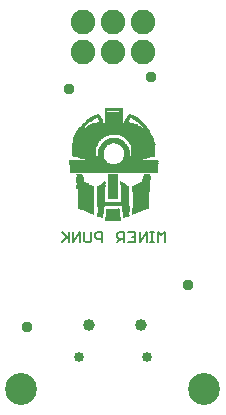
<source format=gbr>
G04 EAGLE Gerber RS-274X export*
G75*
%MOMM*%
%FSLAX34Y34*%
%LPD*%
%INSoldermask Bottom*%
%IPPOS*%
%AMOC8*
5,1,8,0,0,1.08239X$1,22.5*%
G01*
%ADD10C,2.703200*%
%ADD11R,1.353819X0.033019*%
%ADD12R,1.320800X0.033019*%
%ADD13R,1.287775X0.033019*%
%ADD14R,0.099056X0.033019*%
%ADD15R,1.254756X0.033019*%
%ADD16R,0.231138X0.033019*%
%ADD17R,0.198119X0.033019*%
%ADD18R,0.330200X0.033019*%
%ADD19R,0.297181X0.033019*%
%ADD20R,0.462281X0.033019*%
%ADD21R,0.495300X0.033019*%
%ADD22R,0.528319X0.033019*%
%ADD23R,1.221738X0.033019*%
%ADD24R,1.188719X0.033019*%
%ADD25R,0.033019X0.033019*%
%ADD26R,0.132081X0.033019*%
%ADD27R,0.561338X0.033019*%
%ADD28R,0.396238X0.033019*%
%ADD29R,1.155700X0.033019*%
%ADD30R,0.627381X0.033019*%
%ADD31R,1.122675X0.033019*%
%ADD32R,0.726438X0.033019*%
%ADD33R,0.594356X0.033019*%
%ADD34R,0.792481X0.033019*%
%ADD35R,0.891538X0.033019*%
%ADD36R,0.957581X0.033019*%
%ADD37R,1.056638X0.033019*%
%ADD38R,1.089656X0.033019*%
%ADD39R,1.122681X0.033019*%
%ADD40R,0.627375X0.033019*%
%ADD41R,1.287781X0.033019*%
%ADD42R,0.660400X0.033019*%
%ADD43R,0.594363X0.033019*%
%ADD44R,0.693419X0.033019*%
%ADD45R,2.707638X0.033019*%
%ADD46R,1.386838X0.033019*%
%ADD47R,0.792475X0.033019*%
%ADD48R,1.419863X0.033019*%
%ADD49R,1.419856X0.033019*%
%ADD50R,1.452881X0.033019*%
%ADD51R,0.429256X0.033019*%
%ADD52R,0.429263X0.033019*%
%ADD53R,0.363219X0.033019*%
%ADD54R,1.023619X0.033019*%
%ADD55R,0.990600X0.033019*%
%ADD56R,0.297175X0.033019*%
%ADD57R,0.924556X0.033019*%
%ADD58R,0.264163X0.033019*%
%ADD59R,0.858519X0.033019*%
%ADD60R,0.825500X0.033019*%
%ADD61R,0.165100X0.033019*%
%ADD62R,0.759456X0.033019*%
%ADD63R,0.099063X0.033019*%
%ADD64R,7.528556X0.033019*%
%ADD65R,3.632200X0.033019*%
%ADD66R,3.566156X0.033019*%
%ADD67R,3.500119X0.033019*%
%ADD68R,3.467100X0.033019*%
%ADD69R,3.401056X0.033019*%
%ADD70R,3.368038X0.033019*%
%ADD71R,3.335019X0.033019*%
%ADD72R,3.302000X0.033019*%
%ADD73R,3.268981X0.033019*%
%ADD74R,3.235956X0.033019*%
%ADD75R,3.202937X0.033019*%
%ADD76R,3.169919X0.033019*%
%ADD77R,3.136900X0.033019*%
%ADD78R,3.103875X0.033019*%
%ADD79R,3.103881X0.033019*%
%ADD80R,3.070856X0.033019*%
%ADD81R,3.037838X0.033019*%
%ADD82R,1.518919X0.033019*%
%ADD83R,1.485900X0.033019*%
%ADD84R,1.651000X0.033019*%
%ADD85R,1.617981X0.033019*%
%ADD86R,1.750056X0.033019*%
%ADD87R,1.717037X0.033019*%
%ADD88R,1.948175X0.033019*%
%ADD89R,1.882138X0.033019*%
%ADD90R,2.014219X0.033019*%
%ADD91R,1.981200X0.033019*%
%ADD92R,2.146300X0.033019*%
%ADD93R,2.113275X0.033019*%
%ADD94R,1.684019X0.033019*%
%ADD95R,1.849119X0.033019*%
%ADD96R,0.462275X0.033019*%
%ADD97R,2.080256X0.033019*%
%ADD98R,2.047238X0.033019*%
%ADD99R,2.080262X0.033019*%
%ADD100R,2.113281X0.033019*%
%ADD101R,2.179319X0.033019*%
%ADD102R,2.212338X0.033019*%
%ADD103R,1.783081X0.033019*%
%ADD104R,2.245356X0.033019*%
%ADD105R,2.278375X0.033019*%
%ADD106R,1.584956X0.033019*%
%ADD107R,2.311400X0.033019*%
%ADD108R,2.344419X0.033019*%
%ADD109R,2.278381X0.033019*%
%ADD110R,2.377438X0.033019*%
%ADD111R,2.410456X0.033019*%
%ADD112R,2.410462X0.033019*%
%ADD113R,2.476500X0.033019*%
%ADD114R,2.509519X0.033019*%
%ADD115R,2.443475X0.033019*%
%ADD116R,2.443481X0.033019*%
%ADD117R,2.542538X0.033019*%
%ADD118R,2.575556X0.033019*%
%ADD119R,2.641600X0.033019*%
%ADD120R,2.674619X0.033019*%
%ADD121R,2.872737X0.033019*%
%ADD122R,6.471919X0.033019*%
%ADD123R,6.438900X0.033019*%
%ADD124R,6.405881X0.033019*%
%ADD125R,6.339838X0.033019*%
%ADD126R,6.273800X0.033019*%
%ADD127R,6.207756X0.033019*%
%ADD128R,6.141719X0.033019*%
%ADD129R,6.075681X0.033019*%
%ADD130R,6.042663X0.033019*%
%ADD131R,6.009638X0.033019*%
%ADD132R,5.943600X0.033019*%
%ADD133R,5.910581X0.033019*%
%ADD134R,5.877556X0.033019*%
%ADD135R,4.886956X0.033019*%
%ADD136R,4.820919X0.033019*%
%ADD137R,4.721863X0.033019*%
%ADD138R,4.622800X0.033019*%
%ADD139R,4.523738X0.033019*%
%ADD140R,4.457700X0.033019*%
%ADD141R,4.358638X0.033019*%
%ADD142R,4.226556X0.033019*%
%ADD143R,4.094481X0.033019*%
%ADD144R,3.995419X0.033019*%
%ADD145R,3.830319X0.033019*%
%ADD146R,3.698238X0.033019*%
%ADD147R,0.264156X0.033019*%
%ADD148C,0.127000*%
%ADD149C,0.853200*%
%ADD150C,2.082800*%
%ADD151C,0.959600*%
%ADD152C,1.009600*%


D10*
X26519Y27087D03*
D11*
X104331Y169437D03*
D12*
X104166Y169767D03*
X104166Y170098D03*
X104166Y170428D03*
X104166Y170758D03*
X104166Y171088D03*
X104166Y171418D03*
D13*
X104331Y171749D03*
D14*
X113577Y172079D03*
D15*
X104166Y172079D03*
D14*
X95086Y172079D03*
D16*
X114237Y172409D03*
D15*
X104166Y172409D03*
D17*
X94590Y172409D03*
D18*
X114733Y172739D03*
D15*
X104166Y172739D03*
D19*
X94095Y172739D03*
D20*
X115393Y173069D03*
D15*
X104166Y173069D03*
D20*
X93270Y173069D03*
D21*
X115558Y173400D03*
D15*
X104166Y173400D03*
D20*
X93270Y173400D03*
D21*
X115558Y173730D03*
D15*
X104166Y173730D03*
D21*
X93435Y173730D03*
D22*
X115393Y174060D03*
D23*
X104331Y174060D03*
D21*
X93435Y174060D03*
D22*
X115393Y174390D03*
D24*
X104166Y174390D03*
D21*
X93435Y174390D03*
D25*
X120841Y174720D03*
D22*
X115393Y174720D03*
D24*
X104166Y174720D03*
D21*
X93435Y174720D03*
D25*
X87821Y174720D03*
D26*
X121337Y175051D03*
D22*
X115393Y175051D03*
D24*
X104166Y175051D03*
D21*
X93435Y175051D03*
D26*
X87326Y175051D03*
D16*
X121832Y175381D03*
D22*
X115393Y175381D03*
D24*
X104166Y175381D03*
D21*
X93435Y175381D03*
D17*
X86996Y175381D03*
D19*
X122162Y175711D03*
D27*
X115228Y175711D03*
D24*
X104166Y175711D03*
D22*
X93600Y175711D03*
D19*
X86500Y175711D03*
D28*
X122657Y176041D03*
D27*
X115228Y176041D03*
D24*
X104166Y176041D03*
D22*
X93600Y176041D03*
D28*
X86005Y176041D03*
D20*
X122988Y176371D03*
D27*
X115228Y176371D03*
D29*
X104331Y176371D03*
D22*
X93600Y176371D03*
D20*
X85675Y176371D03*
D27*
X123483Y176702D03*
X115228Y176702D03*
D29*
X104331Y176702D03*
D22*
X93600Y176702D03*
D27*
X85180Y176702D03*
D30*
X123813Y177032D03*
D27*
X115228Y177032D03*
D31*
X104166Y177032D03*
D22*
X93600Y177032D03*
D30*
X84849Y177032D03*
D32*
X124308Y177362D03*
D33*
X115063Y177362D03*
D31*
X104166Y177362D03*
D22*
X93600Y177362D03*
D32*
X84354Y177362D03*
D34*
X124639Y177692D03*
D33*
X115063Y177692D03*
D31*
X104166Y177692D03*
D22*
X93600Y177692D03*
D34*
X84024Y177692D03*
D35*
X125134Y178022D03*
D33*
X115063Y178022D03*
D31*
X104166Y178022D03*
D22*
X93600Y178022D03*
D35*
X83529Y178022D03*
D36*
X125464Y178353D03*
D33*
X115063Y178353D03*
D31*
X104166Y178353D03*
D27*
X93765Y178353D03*
D36*
X83198Y178353D03*
D37*
X125959Y178683D03*
D33*
X115063Y178683D03*
D38*
X104331Y178683D03*
D27*
X93765Y178683D03*
D37*
X82703Y178683D03*
D39*
X126290Y179013D03*
D40*
X114898Y179013D03*
D38*
X104331Y179013D03*
D27*
X93765Y179013D03*
D39*
X82373Y179013D03*
D23*
X126785Y179343D03*
D40*
X114898Y179343D03*
D25*
X108954Y179343D03*
D27*
X93765Y179343D03*
D23*
X81878Y179343D03*
D41*
X127115Y179673D03*
D40*
X114898Y179673D03*
D27*
X93765Y179673D03*
D41*
X81547Y179673D03*
D11*
X127445Y180004D03*
D40*
X114898Y180004D03*
D27*
X93765Y180004D03*
D11*
X81217Y180004D03*
X127445Y180334D03*
D40*
X114898Y180334D03*
D27*
X93765Y180334D03*
D11*
X81217Y180334D03*
X127445Y180664D03*
D40*
X114898Y180664D03*
D27*
X93765Y180664D03*
D11*
X81217Y180664D03*
X127445Y180994D03*
D42*
X114733Y180994D03*
D43*
X93930Y180994D03*
D11*
X81217Y180994D03*
X127445Y181324D03*
D42*
X114733Y181324D03*
D43*
X93930Y181324D03*
D11*
X81217Y181324D03*
X127445Y181655D03*
D42*
X114733Y181655D03*
D43*
X93930Y181655D03*
D11*
X81217Y181655D03*
X127445Y181985D03*
D44*
X114567Y181985D03*
D43*
X93930Y181985D03*
D11*
X81217Y181985D03*
X127445Y182315D03*
D45*
X104496Y182315D03*
D11*
X81217Y182315D03*
X127445Y182645D03*
D45*
X104496Y182645D03*
D11*
X81217Y182645D03*
D46*
X127610Y182975D03*
D45*
X104496Y182975D03*
D11*
X81217Y182975D03*
D46*
X127610Y183306D03*
D45*
X104496Y183306D03*
D11*
X81217Y183306D03*
D46*
X127610Y183636D03*
D45*
X104496Y183636D03*
D11*
X81217Y183636D03*
D46*
X127610Y183966D03*
D45*
X104496Y183966D03*
D11*
X81217Y183966D03*
D46*
X127610Y184296D03*
D45*
X104496Y184296D03*
D11*
X81217Y184296D03*
D46*
X127610Y184626D03*
D45*
X104496Y184626D03*
D11*
X81217Y184626D03*
D46*
X127610Y184957D03*
D45*
X104496Y184957D03*
D11*
X81217Y184957D03*
D46*
X127610Y185287D03*
D32*
X114402Y185287D03*
D42*
X94260Y185287D03*
D11*
X81217Y185287D03*
D46*
X127610Y185617D03*
D32*
X114402Y185617D03*
D42*
X94260Y185617D03*
D46*
X81052Y185617D03*
X127610Y185947D03*
D32*
X114402Y185947D03*
D42*
X94260Y185947D03*
D46*
X81052Y185947D03*
X127610Y186277D03*
D32*
X114402Y186277D03*
D42*
X94260Y186277D03*
D46*
X81052Y186277D03*
X127610Y186608D03*
D32*
X114402Y186608D03*
D42*
X94260Y186608D03*
D46*
X81052Y186608D03*
X127610Y186938D03*
D32*
X114402Y186938D03*
D42*
X94260Y186938D03*
D46*
X81052Y186938D03*
X127610Y187268D03*
D32*
X114402Y187268D03*
D42*
X94260Y187268D03*
D46*
X81052Y187268D03*
X127610Y187598D03*
D32*
X114402Y187598D03*
D42*
X94260Y187598D03*
D46*
X81052Y187598D03*
X127610Y187928D03*
D32*
X114402Y187928D03*
D47*
X104166Y187928D03*
D42*
X94260Y187928D03*
D46*
X81052Y187928D03*
X127610Y188259D03*
D32*
X114402Y188259D03*
D47*
X104166Y188259D03*
D42*
X94260Y188259D03*
D46*
X81052Y188259D03*
D48*
X127775Y188589D03*
D32*
X114402Y188589D03*
D47*
X104166Y188589D03*
D42*
X94260Y188589D03*
D46*
X81052Y188589D03*
D48*
X127775Y188919D03*
D32*
X114402Y188919D03*
D47*
X104166Y188919D03*
D42*
X94260Y188919D03*
D46*
X81052Y188919D03*
D48*
X127775Y189249D03*
D32*
X114402Y189249D03*
D47*
X104166Y189249D03*
D42*
X94260Y189249D03*
D46*
X81052Y189249D03*
D48*
X127775Y189579D03*
D32*
X114402Y189579D03*
D47*
X104166Y189579D03*
D42*
X94260Y189579D03*
D46*
X81052Y189579D03*
D48*
X127775Y189910D03*
D32*
X114402Y189910D03*
D47*
X104166Y189910D03*
D42*
X94260Y189910D03*
D46*
X81052Y189910D03*
D48*
X127775Y190240D03*
D32*
X114402Y190240D03*
D47*
X104166Y190240D03*
D42*
X94260Y190240D03*
D46*
X81052Y190240D03*
D48*
X127775Y190570D03*
D32*
X114402Y190570D03*
D47*
X104166Y190570D03*
D42*
X94260Y190570D03*
D46*
X81052Y190570D03*
D48*
X127775Y190900D03*
D32*
X114402Y190900D03*
D47*
X104166Y190900D03*
D42*
X94260Y190900D03*
D46*
X81052Y190900D03*
D48*
X127775Y191230D03*
D32*
X114402Y191230D03*
D47*
X104166Y191230D03*
D42*
X94260Y191230D03*
D49*
X80887Y191230D03*
D48*
X127775Y191561D03*
D32*
X114402Y191561D03*
D47*
X104166Y191561D03*
D42*
X94260Y191561D03*
D49*
X80887Y191561D03*
D48*
X127775Y191891D03*
D32*
X114402Y191891D03*
D47*
X104166Y191891D03*
D42*
X94260Y191891D03*
D49*
X80887Y191891D03*
D48*
X127775Y192221D03*
D32*
X114402Y192221D03*
D47*
X104166Y192221D03*
D42*
X94260Y192221D03*
D49*
X80887Y192221D03*
D48*
X127775Y192551D03*
D32*
X114402Y192551D03*
D47*
X104166Y192551D03*
D42*
X94260Y192551D03*
D49*
X80887Y192551D03*
D48*
X127775Y192881D03*
D32*
X114402Y192881D03*
D47*
X104166Y192881D03*
D42*
X94260Y192881D03*
D49*
X80887Y192881D03*
D48*
X127775Y193212D03*
D32*
X114402Y193212D03*
D47*
X104166Y193212D03*
D42*
X94260Y193212D03*
D49*
X80887Y193212D03*
D48*
X127775Y193542D03*
D32*
X114402Y193542D03*
D47*
X104166Y193542D03*
D42*
X94260Y193542D03*
D49*
X80887Y193542D03*
D48*
X127775Y193872D03*
D32*
X114402Y193872D03*
D47*
X104166Y193872D03*
D42*
X94260Y193872D03*
D49*
X80887Y193872D03*
D50*
X127941Y194202D03*
D32*
X114402Y194202D03*
D47*
X104166Y194202D03*
D42*
X94260Y194202D03*
D49*
X80887Y194202D03*
D50*
X127941Y194532D03*
D32*
X114402Y194532D03*
D47*
X104166Y194532D03*
D42*
X94260Y194532D03*
D49*
X80887Y194532D03*
D50*
X127941Y194863D03*
D32*
X114402Y194863D03*
D47*
X104166Y194863D03*
D42*
X94260Y194863D03*
D49*
X80887Y194863D03*
D50*
X127941Y195193D03*
D32*
X114402Y195193D03*
D47*
X104166Y195193D03*
D42*
X94260Y195193D03*
D49*
X80887Y195193D03*
D50*
X127941Y195523D03*
D32*
X114402Y195523D03*
D47*
X104166Y195523D03*
D42*
X94260Y195523D03*
D49*
X80887Y195523D03*
D50*
X127941Y195853D03*
D32*
X114402Y195853D03*
D47*
X104166Y195853D03*
D42*
X94260Y195853D03*
D49*
X80887Y195853D03*
D50*
X127941Y196183D03*
D32*
X114402Y196183D03*
D47*
X104166Y196183D03*
D42*
X94260Y196183D03*
D49*
X80887Y196183D03*
D50*
X127941Y196514D03*
D32*
X114402Y196514D03*
D47*
X104166Y196514D03*
D42*
X94260Y196514D03*
D49*
X80887Y196514D03*
D50*
X127941Y196844D03*
D32*
X114402Y196844D03*
D47*
X104166Y196844D03*
D42*
X94260Y196844D03*
D50*
X80722Y196844D03*
X127941Y197174D03*
D32*
X114402Y197174D03*
D47*
X104166Y197174D03*
D42*
X94260Y197174D03*
D50*
X80722Y197174D03*
X127941Y197504D03*
D32*
X114402Y197504D03*
D47*
X104166Y197504D03*
D42*
X94260Y197504D03*
D50*
X80722Y197504D03*
X127941Y197834D03*
D32*
X114402Y197834D03*
D47*
X104166Y197834D03*
D42*
X94260Y197834D03*
D50*
X80722Y197834D03*
D46*
X128271Y198165D03*
D42*
X114072Y198165D03*
D47*
X104166Y198165D03*
D40*
X94425Y198165D03*
D49*
X80557Y198165D03*
D11*
X128436Y198495D03*
D30*
X113907Y198495D03*
D47*
X104166Y198495D03*
D27*
X94755Y198495D03*
D11*
X80227Y198495D03*
D41*
X128766Y198825D03*
D27*
X113577Y198825D03*
D47*
X104166Y198825D03*
D22*
X94921Y198825D03*
D41*
X79896Y198825D03*
D23*
X129096Y199155D03*
D22*
X113412Y199155D03*
D47*
X104166Y199155D03*
D21*
X95086Y199155D03*
D23*
X79566Y199155D03*
D29*
X129426Y199485D03*
D20*
X113082Y199485D03*
D47*
X104166Y199485D03*
D51*
X95416Y199485D03*
D29*
X79236Y199485D03*
D31*
X129922Y199816D03*
D52*
X112916Y199816D03*
D47*
X104166Y199816D03*
D28*
X95581Y199816D03*
D38*
X78906Y199816D03*
D37*
X130252Y200146D03*
D53*
X112586Y200146D03*
D47*
X104166Y200146D03*
D18*
X95911Y200146D03*
D54*
X78576Y200146D03*
D55*
X130582Y200476D03*
D18*
X112421Y200476D03*
D47*
X104166Y200476D03*
D56*
X96076Y200476D03*
D55*
X78411Y200476D03*
D57*
X130912Y200806D03*
D58*
X112091Y200806D03*
D47*
X104166Y200806D03*
D16*
X96406Y200806D03*
D57*
X78080Y200806D03*
D35*
X131077Y201136D03*
D16*
X111926Y201136D03*
D47*
X104166Y201136D03*
D17*
X96572Y201136D03*
D59*
X77750Y201136D03*
D60*
X131408Y201467D03*
D61*
X111596Y201467D03*
D47*
X104166Y201467D03*
D61*
X96737Y201467D03*
D34*
X77420Y201467D03*
D62*
X131738Y201797D03*
D63*
X111265Y201797D03*
D47*
X104166Y201797D03*
D14*
X97067Y201797D03*
D32*
X77090Y201797D03*
D44*
X132068Y202127D03*
D25*
X111265Y202127D03*
D47*
X104166Y202127D03*
D25*
X97067Y202127D03*
D44*
X76594Y202127D03*
D42*
X132233Y202457D03*
D47*
X104166Y202457D03*
D42*
X76429Y202457D03*
D40*
X132398Y202787D03*
D47*
X104166Y202787D03*
D42*
X76429Y202787D03*
D40*
X132398Y203118D03*
D47*
X104166Y203118D03*
D40*
X76264Y203118D03*
X132398Y203448D03*
D47*
X104166Y203448D03*
D40*
X76264Y203448D03*
X132398Y203778D03*
D47*
X104166Y203778D03*
D40*
X76264Y203778D03*
D33*
X132563Y204108D03*
D47*
X104166Y204108D03*
D40*
X76264Y204108D03*
D33*
X132563Y204438D03*
D47*
X104166Y204438D03*
D40*
X76264Y204438D03*
D33*
X132563Y204769D03*
D47*
X104166Y204769D03*
D33*
X76099Y204769D03*
X132563Y205099D03*
D47*
X104166Y205099D03*
D33*
X76099Y205099D03*
D30*
X132728Y205429D03*
D47*
X104166Y205429D03*
D33*
X76099Y205429D03*
X132894Y205759D03*
D47*
X104166Y205759D03*
D33*
X76099Y205759D03*
X132894Y206089D03*
D47*
X104166Y206089D03*
D33*
X76099Y206089D03*
X132894Y206420D03*
D47*
X104166Y206420D03*
D27*
X75934Y206420D03*
D33*
X132894Y206750D03*
D47*
X104166Y206750D03*
D27*
X75934Y206750D03*
D33*
X132894Y207080D03*
D47*
X104166Y207080D03*
D27*
X75934Y207080D03*
X133059Y207410D03*
D47*
X104166Y207410D03*
D27*
X75934Y207410D03*
X133059Y207740D03*
D47*
X104166Y207740D03*
D22*
X75769Y207740D03*
D27*
X133059Y208071D03*
D47*
X104166Y208071D03*
D27*
X75604Y208071D03*
D22*
X133224Y208401D03*
D47*
X104166Y208401D03*
D27*
X75604Y208401D03*
D22*
X133224Y208731D03*
D60*
X104001Y208731D03*
D27*
X75604Y208731D03*
D64*
X104827Y210052D03*
X104827Y210382D03*
X104827Y210712D03*
X104827Y211042D03*
X104827Y211373D03*
X104827Y211703D03*
X104827Y212033D03*
X104827Y212363D03*
X104827Y212693D03*
X104827Y213024D03*
X104827Y213354D03*
X104827Y213684D03*
X104827Y214014D03*
X104827Y214344D03*
X104827Y214675D03*
X104827Y215005D03*
X104827Y215335D03*
X104827Y215665D03*
X104827Y215995D03*
X104827Y216326D03*
X104827Y216656D03*
D65*
X124308Y216986D03*
D66*
X85015Y216986D03*
D67*
X124969Y217316D03*
D68*
X84519Y217316D03*
D69*
X125464Y217646D03*
D70*
X84024Y217646D03*
D71*
X125794Y217977D03*
D72*
X83694Y217977D03*
D73*
X126124Y218307D03*
D74*
X83364Y218307D03*
X126290Y218637D03*
D75*
X83198Y218637D03*
X126455Y218967D03*
D76*
X83033Y218967D03*
X126620Y219297D03*
D77*
X82868Y219297D03*
X126785Y219628D03*
D78*
X82703Y219628D03*
D79*
X126950Y219958D03*
D80*
X82538Y219958D03*
X127115Y220288D03*
D81*
X82373Y220288D03*
D46*
X119025Y220618D03*
X90298Y220618D03*
D82*
X120016Y220948D03*
D83*
X89472Y220948D03*
D84*
X120676Y221279D03*
D85*
X88812Y221279D03*
D86*
X121502Y221609D03*
D87*
X87986Y221609D03*
D88*
X122492Y221939D03*
D89*
X87161Y221939D03*
D90*
X123153Y222269D03*
D91*
X86666Y222269D03*
D92*
X123813Y222599D03*
D93*
X86005Y222599D03*
D87*
X127280Y222930D03*
D21*
X115558Y222930D03*
X94095Y222930D03*
D94*
X82538Y222930D03*
D95*
X127941Y223260D03*
D96*
X115723Y223260D03*
D20*
X93930Y223260D03*
D88*
X81217Y223260D03*
D91*
X128601Y223590D03*
D96*
X115723Y223590D03*
D20*
X93930Y223590D03*
D88*
X81217Y223590D03*
D97*
X129096Y223920D03*
D96*
X115723Y223920D03*
D20*
X93930Y223920D03*
D97*
X80557Y223920D03*
D98*
X129592Y224250D03*
D51*
X115888Y224250D03*
X93765Y224250D03*
D99*
X79896Y224250D03*
D98*
X129592Y224581D03*
D51*
X115888Y224581D03*
X93765Y224581D03*
D99*
X79896Y224581D03*
D98*
X129592Y224911D03*
D51*
X115888Y224911D03*
X93765Y224911D03*
D99*
X79896Y224911D03*
D98*
X129592Y225241D03*
D51*
X115888Y225241D03*
X93765Y225241D03*
D99*
X79896Y225241D03*
D98*
X129592Y225571D03*
D51*
X115888Y225571D03*
X93765Y225571D03*
D99*
X79896Y225571D03*
D98*
X129592Y225901D03*
D51*
X115888Y225901D03*
X93765Y225901D03*
D99*
X79896Y225901D03*
D98*
X129592Y226232D03*
D51*
X115888Y226232D03*
X93765Y226232D03*
D99*
X79896Y226232D03*
D98*
X129592Y226562D03*
D51*
X115888Y226562D03*
X93765Y226562D03*
D99*
X79896Y226562D03*
D98*
X129592Y226892D03*
D51*
X115888Y226892D03*
X93765Y226892D03*
D99*
X79896Y226892D03*
D98*
X129592Y227222D03*
D51*
X115888Y227222D03*
X93765Y227222D03*
D99*
X79896Y227222D03*
D98*
X129592Y227552D03*
D51*
X115888Y227552D03*
X93765Y227552D03*
D99*
X79896Y227552D03*
D98*
X129592Y227883D03*
D96*
X115723Y227883D03*
D20*
X93930Y227883D03*
D99*
X79896Y227883D03*
D98*
X129592Y228213D03*
D96*
X115723Y228213D03*
D20*
X93930Y228213D03*
D99*
X79896Y228213D03*
D98*
X129592Y228543D03*
D96*
X115723Y228543D03*
D20*
X93930Y228543D03*
D99*
X79896Y228543D03*
D98*
X129592Y228873D03*
D21*
X115558Y228873D03*
X94095Y228873D03*
D99*
X79896Y228873D03*
D98*
X129592Y229203D03*
D20*
X115393Y229203D03*
D96*
X94260Y229203D03*
D99*
X79896Y229203D03*
D98*
X129592Y229534D03*
D20*
X115393Y229534D03*
D96*
X94260Y229534D03*
D99*
X79896Y229534D03*
D98*
X129592Y229864D03*
D21*
X115228Y229864D03*
X94425Y229864D03*
D99*
X79896Y229864D03*
D98*
X129592Y230194D03*
D96*
X115063Y230194D03*
D20*
X94590Y230194D03*
D99*
X79896Y230194D03*
D98*
X129592Y230524D03*
D21*
X114898Y230524D03*
X94755Y230524D03*
D99*
X79896Y230524D03*
D98*
X129592Y230854D03*
D20*
X114733Y230854D03*
X94921Y230854D03*
D99*
X79896Y230854D03*
D98*
X129592Y231185D03*
D21*
X114567Y231185D03*
X95086Y231185D03*
D99*
X79896Y231185D03*
D98*
X129592Y231515D03*
D21*
X114237Y231515D03*
X95416Y231515D03*
D99*
X79896Y231515D03*
D98*
X129592Y231845D03*
D22*
X114072Y231845D03*
X95581Y231845D03*
D99*
X79896Y231845D03*
X129426Y232175D03*
D22*
X113742Y232175D03*
X95911Y232175D03*
D100*
X80062Y232175D03*
D99*
X129426Y232505D03*
D22*
X113412Y232505D03*
X96241Y232505D03*
D100*
X80062Y232505D03*
D99*
X129426Y232836D03*
D27*
X113247Y232836D03*
X96406Y232836D03*
D100*
X80062Y232836D03*
X129261Y233166D03*
D27*
X112916Y233166D03*
X96737Y233166D03*
D92*
X80227Y233166D03*
D100*
X129261Y233496D03*
D33*
X112421Y233496D03*
D43*
X97232Y233496D03*
D92*
X80227Y233496D03*
X129096Y233826D03*
D42*
X112091Y233826D03*
X97562Y233826D03*
D101*
X80392Y233826D03*
D92*
X129096Y234156D03*
D42*
X111761Y234156D03*
X97892Y234156D03*
D101*
X80392Y234156D03*
D92*
X128766Y234487D03*
D32*
X111100Y234487D03*
X98553Y234487D03*
D102*
X80557Y234487D03*
D92*
X128766Y234817D03*
D34*
X110440Y234817D03*
D47*
X99213Y234817D03*
D101*
X80722Y234817D03*
X128601Y235147D03*
D95*
X104827Y235147D03*
D102*
X80887Y235147D03*
D92*
X128436Y235477D03*
D103*
X104827Y235477D03*
D102*
X80887Y235477D03*
D101*
X128271Y235807D03*
D87*
X104827Y235807D03*
D104*
X81052Y235807D03*
D102*
X128106Y236138D03*
D84*
X104827Y236138D03*
D105*
X81217Y236138D03*
D101*
X127941Y236468D03*
D106*
X104827Y236468D03*
D104*
X81382Y236468D03*
X127610Y236798D03*
D82*
X104827Y236798D03*
D107*
X81713Y236798D03*
D104*
X127610Y237128D03*
D12*
X104827Y237128D03*
D107*
X81713Y237128D03*
D104*
X127280Y237458D03*
D12*
X104827Y237458D03*
D108*
X81878Y237458D03*
D109*
X127115Y237789D03*
D39*
X104827Y237789D03*
D108*
X82208Y237789D03*
D107*
X126950Y238119D03*
D59*
X104827Y238119D03*
D110*
X82373Y238119D03*
D107*
X126620Y238449D03*
D59*
X104827Y238449D03*
D111*
X82538Y238449D03*
D108*
X126455Y238779D03*
D59*
X104827Y238779D03*
D111*
X82868Y238779D03*
D112*
X126124Y239109D03*
D113*
X83198Y239109D03*
D111*
X125794Y239440D03*
D114*
X83364Y239440D03*
D115*
X125629Y239770D03*
D114*
X83694Y239770D03*
D116*
X125299Y240100D03*
D117*
X83859Y240100D03*
D114*
X124969Y240430D03*
D118*
X84354Y240430D03*
D117*
X124804Y240760D03*
D119*
X84684Y240760D03*
D118*
X124308Y241091D03*
D119*
X85015Y241091D03*
X123978Y241421D03*
D45*
X85345Y241421D03*
D120*
X123483Y241751D03*
D121*
X86500Y241751D03*
D122*
X104496Y242081D03*
D123*
X104331Y242411D03*
D124*
X104496Y242742D03*
D125*
X104496Y243072D03*
X104496Y243402D03*
D126*
X104496Y243732D03*
X104496Y244062D03*
D127*
X104496Y244393D03*
D128*
X104496Y244723D03*
X104496Y245053D03*
D129*
X104496Y245383D03*
D130*
X104661Y245713D03*
D131*
X104496Y246044D03*
D132*
X104496Y246374D03*
D133*
X104661Y246704D03*
D134*
X104496Y247034D03*
D53*
X131738Y247364D03*
D135*
X104827Y247364D03*
D96*
X77750Y247364D03*
D18*
X131573Y247695D03*
D136*
X104496Y247695D03*
D51*
X77915Y247695D03*
D53*
X131408Y248025D03*
D137*
X104661Y248025D03*
D52*
X78245Y248025D03*
D53*
X131077Y248355D03*
D138*
X104827Y248355D03*
D28*
X78411Y248355D03*
D53*
X131077Y248685D03*
D139*
X104661Y248685D03*
D53*
X78576Y248685D03*
X130747Y249015D03*
D140*
X104661Y249015D03*
D28*
X78741Y249015D03*
D53*
X130417Y249346D03*
D141*
X104496Y249346D03*
D53*
X78906Y249346D03*
X130087Y249676D03*
D142*
X104496Y249676D03*
D53*
X79236Y249676D03*
D18*
X129922Y250006D03*
D143*
X104496Y250006D03*
D53*
X79566Y250006D03*
D18*
X129592Y250336D03*
D144*
X104661Y250336D03*
D18*
X79731Y250336D03*
X129261Y250666D03*
D145*
X104827Y250666D03*
D18*
X80062Y250666D03*
X128931Y250997D03*
D146*
X104827Y250997D03*
D18*
X80392Y250997D03*
X128601Y251327D03*
D67*
X104496Y251327D03*
D18*
X80722Y251327D03*
D53*
X128436Y251657D03*
D71*
X104331Y251657D03*
D18*
X81052Y251657D03*
D53*
X128106Y251987D03*
D44*
X116549Y251987D03*
D83*
X104661Y251987D03*
D62*
X92444Y251987D03*
D18*
X81382Y251987D03*
D53*
X127775Y252317D03*
D22*
X115723Y252317D03*
D83*
X104661Y252317D03*
D27*
X93104Y252317D03*
D53*
X81878Y252317D03*
D28*
X127280Y252648D03*
D18*
X115063Y252648D03*
D83*
X104661Y252648D03*
D28*
X93930Y252648D03*
D53*
X82208Y252648D03*
D28*
X126950Y252978D03*
D19*
X115228Y252978D03*
D83*
X104661Y252978D03*
D19*
X94095Y252978D03*
D28*
X82703Y252978D03*
D51*
X126455Y253308D03*
D18*
X115393Y253308D03*
D83*
X104661Y253308D03*
D147*
X94260Y253308D03*
D28*
X83033Y253308D03*
X125959Y253638D03*
D19*
X115558Y253638D03*
D83*
X104661Y253638D03*
D58*
X93930Y253638D03*
D51*
X83529Y253638D03*
D28*
X125629Y253968D03*
D56*
X115888Y253968D03*
D83*
X104661Y253968D03*
D58*
X93930Y253968D03*
D51*
X83859Y253968D03*
X125134Y254299D03*
D56*
X115888Y254299D03*
D83*
X104661Y254299D03*
D147*
X93600Y254299D03*
D51*
X84519Y254299D03*
X124804Y254629D03*
D19*
X116218Y254629D03*
D83*
X104661Y254629D03*
D147*
X93600Y254629D03*
D52*
X84849Y254629D03*
D20*
X124308Y254959D03*
D56*
X116549Y254959D03*
D83*
X104661Y254959D03*
D147*
X93270Y254959D03*
D96*
X85345Y254959D03*
D51*
X123813Y255289D03*
D56*
X116549Y255289D03*
D83*
X104661Y255289D03*
D147*
X93270Y255289D03*
D51*
X85840Y255289D03*
D96*
X123318Y255619D03*
D19*
X116879Y255619D03*
D83*
X104661Y255619D03*
D147*
X92939Y255619D03*
D51*
X86170Y255619D03*
D20*
X122988Y255950D03*
D58*
X117044Y255950D03*
D83*
X104661Y255950D03*
D147*
X92939Y255950D03*
D51*
X86831Y255950D03*
D96*
X122327Y256280D03*
D147*
X117374Y256280D03*
D83*
X104661Y256280D03*
D147*
X92609Y256280D03*
D96*
X86996Y256280D03*
D20*
X121997Y256610D03*
D147*
X117374Y256610D03*
D83*
X104661Y256610D03*
D147*
X92609Y256610D03*
D51*
X87821Y256610D03*
X121502Y256940D03*
D147*
X117704Y256940D03*
D83*
X104661Y256940D03*
D58*
X92279Y256940D03*
D28*
X88317Y256940D03*
D42*
X120016Y257270D03*
D83*
X104661Y257270D03*
D32*
X89968Y257270D03*
D33*
X119686Y257601D03*
D83*
X104661Y257601D03*
D33*
X90298Y257601D03*
D21*
X119520Y257931D03*
D83*
X104661Y257931D03*
D21*
X90463Y257931D03*
D28*
X119355Y258261D03*
D83*
X104661Y258261D03*
D51*
X90793Y258261D03*
D19*
X118860Y258591D03*
D83*
X104661Y258591D03*
D51*
X90793Y258591D03*
D61*
X118530Y258921D03*
D83*
X104661Y258921D03*
D16*
X91453Y258921D03*
D83*
X104661Y259252D03*
X104661Y259582D03*
X104661Y259912D03*
X104661Y260242D03*
X104661Y260572D03*
X104661Y260903D03*
D147*
X110770Y261233D03*
D16*
X98388Y261233D03*
D147*
X110770Y261563D03*
D16*
X98388Y261563D03*
D147*
X110770Y261893D03*
D16*
X98388Y261893D03*
D147*
X110770Y262223D03*
D16*
X98388Y262223D03*
D147*
X110770Y262554D03*
D16*
X98388Y262554D03*
D83*
X104661Y262884D03*
X104661Y263214D03*
X104661Y263544D03*
X104661Y263874D03*
X104661Y264205D03*
X104661Y264535D03*
D148*
X148085Y160148D02*
X148085Y151251D01*
X145119Y157183D02*
X148085Y160148D01*
X145119Y157183D02*
X142153Y160148D01*
X142153Y151251D01*
X138729Y151251D02*
X135764Y151251D01*
X137247Y151251D02*
X137247Y160148D01*
X138729Y160148D02*
X135764Y160148D01*
X132493Y160148D02*
X132493Y151251D01*
X126561Y151251D02*
X132493Y160148D01*
X126561Y160148D02*
X126561Y151251D01*
X123138Y160148D02*
X117206Y160148D01*
X123138Y160148D02*
X123138Y151251D01*
X117206Y151251D01*
X120172Y155700D02*
X123138Y155700D01*
X113782Y151251D02*
X113782Y160148D01*
X109334Y160148D01*
X107851Y158665D01*
X107851Y155700D01*
X109334Y154217D01*
X113782Y154217D01*
X110816Y154217D02*
X107851Y151251D01*
X95072Y151251D02*
X95072Y160148D01*
X90623Y160148D01*
X89140Y158665D01*
X89140Y155700D01*
X90623Y154217D01*
X95072Y154217D01*
X85717Y152734D02*
X85717Y160148D01*
X85717Y152734D02*
X84234Y151251D01*
X81268Y151251D01*
X79785Y152734D01*
X79785Y160148D01*
X76362Y160148D02*
X76362Y151251D01*
X70430Y151251D02*
X76362Y160148D01*
X70430Y160148D02*
X70430Y151251D01*
X67006Y151251D02*
X67006Y160148D01*
X67006Y154217D02*
X61075Y160148D01*
X65523Y155700D02*
X61075Y151251D01*
D10*
X181519Y27087D03*
D149*
X75419Y54437D03*
X133219Y54437D03*
D150*
X78619Y312887D03*
X78619Y338287D03*
X104019Y312887D03*
X104019Y338287D03*
X129419Y312887D03*
X129419Y338287D03*
D151*
X31019Y79587D03*
X168019Y115087D03*
X67019Y281587D03*
X136019Y291587D03*
D152*
X128019Y81587D03*
X83819Y81787D03*
M02*

</source>
